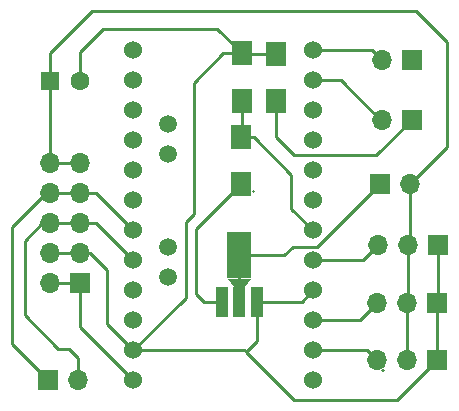
<source format=gbr>
G04 #@! TF.FileFunction,Copper,L1,Top,Signal*
%FSLAX46Y46*%
G04 Gerber Fmt 4.6, Leading zero omitted, Abs format (unit mm)*
G04 Created by KiCad (PCBNEW 4.0.6) date 03/08/18 17:50:37*
%MOMM*%
%LPD*%
G01*
G04 APERTURE LIST*
%ADD10C,0.100000*%
%ADD11C,1.524000*%
%ADD12C,1.500000*%
%ADD13R,1.600000X1.600000*%
%ADD14C,1.600000*%
%ADD15R,1.700000X1.700000*%
%ADD16O,1.700000X1.700000*%
%ADD17R,1.000000X2.500000*%
%ADD18R,2.000000X4.000000*%
%ADD19R,1.700000X2.000000*%
%ADD20C,0.250000*%
G04 APERTURE END LIST*
D10*
D11*
X197901560Y-123906280D03*
X197901560Y-121366280D03*
X197901560Y-118826280D03*
X197901560Y-116286280D03*
X197901560Y-113746280D03*
X197901560Y-111206280D03*
X197901560Y-108666280D03*
X197901560Y-106126280D03*
X197901560Y-103586280D03*
X197901560Y-101046280D03*
X197901560Y-98506280D03*
X197901560Y-95966280D03*
X182661560Y-123906280D03*
X182661560Y-121366280D03*
X182661560Y-118826280D03*
X182661560Y-116286280D03*
X182661560Y-113746280D03*
X182661560Y-111206280D03*
X182661560Y-108666280D03*
X182661560Y-106126280D03*
X182661560Y-103586280D03*
X182661560Y-101046280D03*
X182661560Y-98506280D03*
X182661560Y-95966280D03*
D12*
X185582560Y-115143280D03*
X185582560Y-112603280D03*
X185582560Y-104729280D03*
X185582560Y-102189280D03*
D13*
X175630840Y-98516440D03*
D14*
X178130840Y-98516440D03*
D15*
X178145440Y-115671600D03*
D16*
X175605440Y-115671600D03*
X178145440Y-113131600D03*
X175605440Y-113131600D03*
X178145440Y-110591600D03*
X175605440Y-110591600D03*
X178145440Y-108051600D03*
X175605440Y-108051600D03*
X178145440Y-105511600D03*
X175605440Y-105511600D03*
D15*
X203530200Y-107254040D03*
D16*
X206070200Y-107254040D03*
D15*
X175493680Y-123860560D03*
D16*
X178033680Y-123860560D03*
D15*
X206253080Y-101813360D03*
D16*
X203713080Y-101813360D03*
D15*
X206253080Y-96784160D03*
D16*
X203713080Y-96784160D03*
D15*
X208483200Y-112435640D03*
D16*
X205943200Y-112435640D03*
X203403200Y-112435640D03*
D15*
X208407000Y-117388640D03*
D16*
X205867000Y-117388640D03*
X203327000Y-117388640D03*
D15*
X208371440Y-122189240D03*
D16*
X205831440Y-122189240D03*
X203291440Y-122189240D03*
D17*
X190168400Y-117260440D03*
X191668400Y-117260440D03*
X193168400Y-117260440D03*
D18*
X191668400Y-113300440D03*
D10*
G36*
X192668400Y-115275440D02*
X192168400Y-116025440D01*
X191168400Y-116025440D01*
X190668400Y-115275440D01*
X192668400Y-115275440D01*
X192668400Y-115275440D01*
G37*
D19*
X191795400Y-107308400D03*
X191795400Y-103308400D03*
X191871600Y-96221800D03*
X191871600Y-100221800D03*
X194767200Y-100262440D03*
X194767200Y-96262440D03*
D20*
X203738480Y-122991880D02*
X203794360Y-123047760D01*
X192838200Y-107868840D02*
X192826640Y-107880400D01*
X192838200Y-107868840D02*
X192826640Y-107880400D01*
X175630840Y-98516440D02*
X175630840Y-96174560D01*
X209209640Y-104114600D02*
X206070200Y-107254040D01*
X209209640Y-95255080D02*
X209209640Y-104114600D01*
X206578200Y-92623640D02*
X209209640Y-95255080D01*
X179181760Y-92623640D02*
X206578200Y-92623640D01*
X175630840Y-96174560D02*
X179181760Y-92623640D01*
X206070200Y-107254040D02*
X206070200Y-112308640D01*
X206070200Y-112308640D02*
X205943200Y-112435640D01*
X205867000Y-117388640D02*
X205867000Y-122153680D01*
X205867000Y-122153680D02*
X205831440Y-122189240D01*
X205943200Y-112435640D02*
X205943200Y-117312440D01*
X205943200Y-117312440D02*
X205867000Y-117388640D01*
X205943200Y-117312440D02*
X205831440Y-117424200D01*
X205831440Y-117424200D02*
X205831440Y-122189240D01*
X175605440Y-105511600D02*
X175605440Y-98541840D01*
X175605440Y-98541840D02*
X175630840Y-98516440D01*
X178145440Y-105511600D02*
X175605440Y-105511600D01*
X191871600Y-96221800D02*
X190290200Y-96221800D01*
X187111640Y-116916200D02*
X182661560Y-121366280D01*
X187111640Y-110525560D02*
X187111640Y-116916200D01*
X187797440Y-109839760D02*
X187111640Y-110525560D01*
X187797440Y-98714560D02*
X187797440Y-109839760D01*
X190290200Y-96221800D02*
X187797440Y-98714560D01*
X193168400Y-117260440D02*
X193168400Y-120547000D01*
X193168400Y-120547000D02*
X192242440Y-121472960D01*
X182661560Y-121366280D02*
X192135760Y-121366280D01*
X192135760Y-121366280D02*
X192242440Y-121472960D01*
X205023720Y-125536960D02*
X208371440Y-122189240D01*
X192242440Y-121472960D02*
X196306440Y-125536960D01*
X196306440Y-125536960D02*
X205023720Y-125536960D01*
X193168400Y-117260440D02*
X196927400Y-117260440D01*
X196927400Y-117260440D02*
X197901560Y-116286280D01*
X182661560Y-121366280D02*
X182900320Y-121366280D01*
X194767200Y-96262440D02*
X191912240Y-96262440D01*
X191912240Y-96262440D02*
X191871600Y-96221800D01*
X178130840Y-98516440D02*
X178130840Y-96118040D01*
X189756800Y-94107000D02*
X191871600Y-96221800D01*
X180141880Y-94107000D02*
X189756800Y-94107000D01*
X178130840Y-96118040D02*
X180141880Y-94107000D01*
X178145440Y-113131600D02*
X179044600Y-113131600D01*
X179044600Y-113131600D02*
X180436520Y-114523520D01*
X180436520Y-114523520D02*
X180436520Y-119141240D01*
X180436520Y-119141240D02*
X182661560Y-121366280D01*
X175605440Y-113131600D02*
X178145440Y-113131600D01*
X208407000Y-117388640D02*
X208407000Y-122153680D01*
X208407000Y-122153680D02*
X208371440Y-122189240D01*
X208483200Y-112435640D02*
X208483200Y-117312440D01*
X208483200Y-117312440D02*
X208407000Y-117388640D01*
X208483200Y-117312440D02*
X208371440Y-117424200D01*
X178145440Y-115671600D02*
X178145440Y-119390160D01*
X178145440Y-119390160D02*
X182661560Y-123906280D01*
X175605440Y-115671600D02*
X178145440Y-115671600D01*
X175605440Y-110591600D02*
X174985680Y-110591600D01*
X174985680Y-110591600D02*
X173507400Y-112069880D01*
X178033680Y-122016520D02*
X178033680Y-123860560D01*
X177220880Y-121203720D02*
X178033680Y-122016520D01*
X176326800Y-121203720D02*
X177220880Y-121203720D01*
X173507400Y-118384320D02*
X176326800Y-121203720D01*
X173507400Y-112069880D02*
X173507400Y-118384320D01*
X178145440Y-110591600D02*
X179506880Y-110591600D01*
X179506880Y-110591600D02*
X182661560Y-113746280D01*
X175605440Y-110591600D02*
X178145440Y-110591600D01*
X175605440Y-108051600D02*
X175315880Y-108051600D01*
X175315880Y-108051600D02*
X172445680Y-110921800D01*
X172445680Y-120812560D02*
X175493680Y-123860560D01*
X172445680Y-110921800D02*
X172445680Y-120812560D01*
X178145440Y-108051600D02*
X179506880Y-108051600D01*
X179506880Y-108051600D02*
X182661560Y-111206280D01*
X175605440Y-108051600D02*
X178145440Y-108051600D01*
X191668400Y-113300440D02*
X195467040Y-113300440D01*
X198211440Y-112572800D02*
X203530200Y-107254040D01*
X196194680Y-112572800D02*
X198211440Y-112572800D01*
X195467040Y-113300440D02*
X196194680Y-112572800D01*
X191668400Y-113300440D02*
X191668400Y-117260440D01*
X191414400Y-117161240D02*
X191530040Y-117161240D01*
X194767200Y-100262440D02*
X194767200Y-103291640D01*
X203215240Y-104851200D02*
X206253080Y-101813360D01*
X196326760Y-104851200D02*
X203215240Y-104851200D01*
X194767200Y-103291640D02*
X196326760Y-104851200D01*
X203713080Y-101813360D02*
X203570840Y-101813360D01*
X203570840Y-101813360D02*
X200263760Y-98506280D01*
X200263760Y-98506280D02*
X197901560Y-98506280D01*
X197901560Y-95966280D02*
X202895200Y-95966280D01*
X202895200Y-95966280D02*
X203713080Y-96784160D01*
X197901560Y-113746280D02*
X202092560Y-113746280D01*
X202092560Y-113746280D02*
X203403200Y-112435640D01*
X197901560Y-118826280D02*
X201889360Y-118826280D01*
X201889360Y-118826280D02*
X203327000Y-117388640D01*
X203626720Y-117515640D02*
X203738480Y-117627400D01*
X197901560Y-121366280D02*
X202468480Y-121366280D01*
X202468480Y-121366280D02*
X203291440Y-122189240D01*
X190168400Y-117260440D02*
X188675080Y-117260440D01*
X188010800Y-111093000D02*
X191795400Y-107308400D01*
X188010800Y-116596160D02*
X188010800Y-111093000D01*
X188675080Y-117260440D02*
X188010800Y-116596160D01*
X191795400Y-103308400D02*
X192884040Y-103308400D01*
X196062600Y-109367320D02*
X197901560Y-111206280D01*
X196062600Y-106486960D02*
X196062600Y-109367320D01*
X192884040Y-103308400D02*
X196062600Y-106486960D01*
X191871600Y-100221800D02*
X191871600Y-103232200D01*
X191871600Y-103232200D02*
X191795400Y-103308400D01*
M02*

</source>
